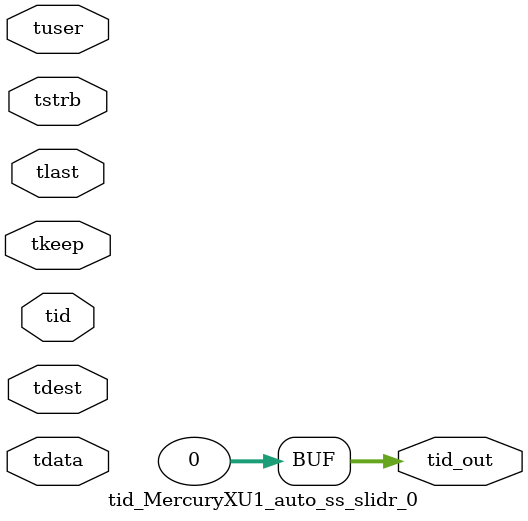
<source format=v>


`timescale 1ps/1ps

module tid_MercuryXU1_auto_ss_slidr_0 #
(
parameter C_S_AXIS_TID_WIDTH   = 1,
parameter C_S_AXIS_TUSER_WIDTH = 0,
parameter C_S_AXIS_TDATA_WIDTH = 0,
parameter C_S_AXIS_TDEST_WIDTH = 0,
parameter C_M_AXIS_TID_WIDTH   = 32
)
(
input  [(C_S_AXIS_TID_WIDTH   == 0 ? 1 : C_S_AXIS_TID_WIDTH)-1:0       ] tid,
input  [(C_S_AXIS_TDATA_WIDTH == 0 ? 1 : C_S_AXIS_TDATA_WIDTH)-1:0     ] tdata,
input  [(C_S_AXIS_TUSER_WIDTH == 0 ? 1 : C_S_AXIS_TUSER_WIDTH)-1:0     ] tuser,
input  [(C_S_AXIS_TDEST_WIDTH == 0 ? 1 : C_S_AXIS_TDEST_WIDTH)-1:0     ] tdest,
input  [(C_S_AXIS_TDATA_WIDTH/8)-1:0 ] tkeep,
input  [(C_S_AXIS_TDATA_WIDTH/8)-1:0 ] tstrb,
input                                                                    tlast,
output [(C_M_AXIS_TID_WIDTH   == 0 ? 1 : C_M_AXIS_TID_WIDTH)-1:0       ] tid_out
);

assign tid_out = {1'b0};

endmodule


</source>
